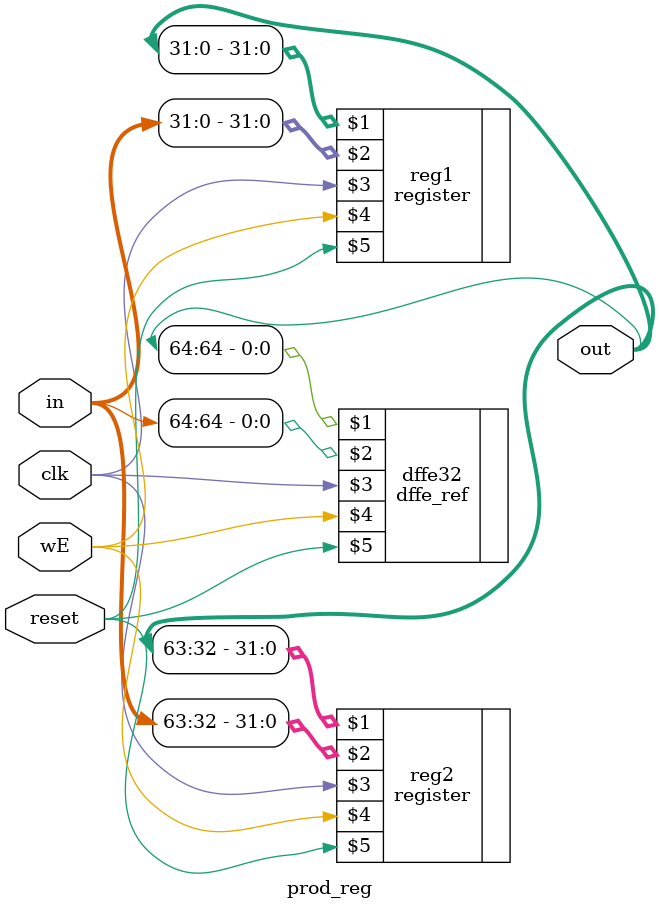
<source format=v>
module prod_reg(out, in, clk, wE, reset);
    input clk, wE, reset;
    input[64:0] in;
    output[64:0] out;

    register reg1(out[31:0], in[31:0], clk, wE, reset);
    register reg2(out[63:32], in[63:32], clk, wE, reset);
    dffe_ref dffe32(out[64], in[64] , clk, wE, reset);
endmodule
</source>
